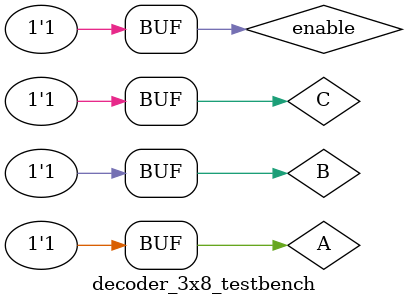
<source format=sv>
`timescale 10 ps / 1 ps
module decoder_3x8 (decode, A, B, C, enable);
	input logic A, B, C, enable;
	output logic [7:0] decode;
	
	logic notA, notB, notC;
	
	not #5 not_A (notA, A);
	not #5 not_B (notB, B);
	not #5 not_C (notC, C);
	
	and #5 three_eight_000 (decode[0], notA, notB, notC, enable);
	and #5 three_eight_001 (decode[1], notA, notB, C, enable);
	and #5 three_eight_010 (decode[2], notA, B, notC, enable);
	and #5 three_eight_011 (decode[3], notA, B, C, enable);
	and #5 three_eight_100 (decode[4], A, notB, notC, enable);
	and #5 three_eight_101 (decode[5], A, notB, C, enable);
	and #5 three_eight_110 (decode[6], A, B, notC, enable);
	and #5 three_eight_111 (decode[7], A, B, C, enable);
	
endmodule

`timescale 10 ps / 1 ps
module decoder_3x8_testbench ();
	logic A, B, C, enable;
	logic [7:0] decode;
	
	decoder_3x8 dut (.*);
	
	integer i;
	initial begin
	
		enable = 0;
		for (int i = 0; i < 8; i++) begin
			{A, B, C} = i; #200;
		end
		enable = 1; A = 0; B = 0; C = 0; #200;
		for (int i = 0; i < 8; i++) begin
			{A, B, C} = i; #200;
		end
	end
	
endmodule
</source>
